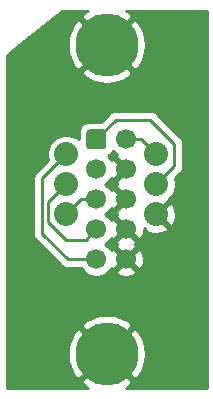
<source format=gbr>
%TF.GenerationSoftware,KiCad,Pcbnew,(5.1.8)-1*%
%TF.CreationDate,2021-11-24T15:46:08-08:00*%
%TF.ProjectId,ISP_SMT_Pogo_10p,4953505f-534d-4545-9f50-6f676f5f3130,rev?*%
%TF.SameCoordinates,Original*%
%TF.FileFunction,Copper,L1,Top*%
%TF.FilePolarity,Positive*%
%FSLAX46Y46*%
G04 Gerber Fmt 4.6, Leading zero omitted, Abs format (unit mm)*
G04 Created by KiCad (PCBNEW (5.1.8)-1) date 2021-11-24 15:46:08*
%MOMM*%
%LPD*%
G01*
G04 APERTURE LIST*
%TA.AperFunction,ComponentPad*%
%ADD10C,2.032000*%
%TD*%
%TA.AperFunction,ComponentPad*%
%ADD11C,1.700000*%
%TD*%
%TA.AperFunction,ComponentPad*%
%ADD12C,5.334000*%
%TD*%
%TA.AperFunction,Conductor*%
%ADD13C,0.250000*%
%TD*%
%TA.AperFunction,Conductor*%
%ADD14C,0.254000*%
%TD*%
%TA.AperFunction,Conductor*%
%ADD15C,0.100000*%
%TD*%
G04 APERTURE END LIST*
D10*
%TO.P,J1,6*%
%TO.N,/GND*%
X140970000Y-83185000D03*
%TO.P,J1,4*%
%TO.N,/MOSI*%
X140970000Y-80645000D03*
%TO.P,J1,5*%
%TO.N,/RST*%
X133350000Y-83185000D03*
%TO.P,J1,3*%
%TO.N,/SCK*%
X133350000Y-80645000D03*
%TO.P,J1,1*%
%TO.N,/MISO*%
X133350000Y-78105000D03*
%TO.P,J1,2*%
%TO.N,/VCC*%
X140970000Y-78105000D03*
%TD*%
D11*
%TO.P,J2,10*%
%TO.N,/GND*%
X138430000Y-86995000D03*
%TO.P,J2,8*%
X138430000Y-84455000D03*
%TO.P,J2,6*%
X138430000Y-81915000D03*
%TO.P,J2,4*%
X138430000Y-79375000D03*
%TO.P,J2,2*%
%TO.N,/VCC*%
X138430000Y-76835000D03*
%TO.P,J2,9*%
%TO.N,/MISO*%
X135890000Y-86995000D03*
%TO.P,J2,7*%
%TO.N,/SCK*%
X135890000Y-84455000D03*
%TO.P,J2,5*%
%TO.N,/RST*%
X135890000Y-81915000D03*
%TO.P,J2,3*%
%TO.N,Net-(J2-Pad3)*%
X135890000Y-79375000D03*
%TO.P,J2,1*%
%TO.N,/MOSI*%
%TA.AperFunction,ComponentPad*%
G36*
G01*
X135040000Y-77435000D02*
X135040000Y-76235000D01*
G75*
G02*
X135290000Y-75985000I250000J0D01*
G01*
X136490000Y-75985000D01*
G75*
G02*
X136740000Y-76235000I0J-250000D01*
G01*
X136740000Y-77435000D01*
G75*
G02*
X136490000Y-77685000I-250000J0D01*
G01*
X135290000Y-77685000D01*
G75*
G02*
X135040000Y-77435000I0J250000D01*
G01*
G37*
%TD.AperFunction*%
%TD*%
D12*
%TO.P,H2,1*%
%TO.N,/GND*%
X136779000Y-68834000D03*
%TD*%
%TO.P,H1,1*%
%TO.N,/GND*%
X136779000Y-94996000D03*
%TD*%
D13*
%TO.N,/MOSI*%
X142494000Y-79121000D02*
X140970000Y-80645000D01*
X142494000Y-77216000D02*
X142494000Y-79121000D01*
X140462000Y-75184000D02*
X142494000Y-77216000D01*
X137541000Y-75184000D02*
X140462000Y-75184000D01*
X135890000Y-76835000D02*
X137541000Y-75184000D01*
%TO.N,/RST*%
X134620000Y-81915000D02*
X135890000Y-81915000D01*
X133350000Y-83185000D02*
X134620000Y-81915000D01*
%TO.N,/SCK*%
X135001000Y-85344000D02*
X135890000Y-84455000D01*
X133350000Y-85344000D02*
X135001000Y-85344000D01*
X131826000Y-83820000D02*
X133350000Y-85344000D01*
X131826000Y-82169000D02*
X131826000Y-83820000D01*
X133350000Y-80645000D02*
X131826000Y-82169000D01*
%TO.N,/MISO*%
X133477000Y-86995000D02*
X135890000Y-86995000D01*
X131318000Y-84836000D02*
X133477000Y-86995000D01*
X131318000Y-80137000D02*
X131318000Y-84836000D01*
X133350000Y-78105000D02*
X131318000Y-80137000D01*
%TO.N,/VCC*%
X139700000Y-76835000D02*
X140970000Y-78105000D01*
X138430000Y-76835000D02*
X139700000Y-76835000D01*
%TD*%
D14*
%TO.N,/GND*%
X134938346Y-66073389D02*
X134932916Y-66077018D01*
X134636698Y-66512093D01*
X136779000Y-68654395D01*
X138921302Y-66512093D01*
X138625084Y-66077018D01*
X138365614Y-65938000D01*
X145263000Y-65938000D01*
X145263001Y-97892000D01*
X138365758Y-97892000D01*
X138619654Y-97756611D01*
X138625084Y-97752982D01*
X138921302Y-97317907D01*
X136779000Y-95175605D01*
X134636698Y-97317907D01*
X134932916Y-97752982D01*
X135192386Y-97892000D01*
X128295000Y-97892000D01*
X128295000Y-94992734D01*
X133461024Y-94992734D01*
X133524140Y-95640101D01*
X133712339Y-96262717D01*
X134018389Y-96836654D01*
X134022018Y-96842084D01*
X134457093Y-97138302D01*
X136599395Y-94996000D01*
X136958605Y-94996000D01*
X139100907Y-97138302D01*
X139535982Y-96842084D01*
X139843160Y-96268752D01*
X140032585Y-95646509D01*
X140096976Y-94999266D01*
X140033860Y-94351899D01*
X139845661Y-93729283D01*
X139539611Y-93155346D01*
X139535982Y-93149916D01*
X139100907Y-92853698D01*
X136958605Y-94996000D01*
X136599395Y-94996000D01*
X134457093Y-92853698D01*
X134022018Y-93149916D01*
X133714840Y-93723248D01*
X133525415Y-94345491D01*
X133461024Y-94992734D01*
X128295000Y-94992734D01*
X128295000Y-92674093D01*
X134636698Y-92674093D01*
X136779000Y-94816395D01*
X138921302Y-92674093D01*
X138625084Y-92239018D01*
X138051752Y-91931840D01*
X137429509Y-91742415D01*
X136782266Y-91678024D01*
X136134899Y-91741140D01*
X135512283Y-91929339D01*
X134938346Y-92235389D01*
X134932916Y-92239018D01*
X134636698Y-92674093D01*
X128295000Y-92674093D01*
X128295000Y-80137000D01*
X130554324Y-80137000D01*
X130558000Y-80174323D01*
X130558001Y-84798668D01*
X130554324Y-84836000D01*
X130568998Y-84984985D01*
X130612454Y-85128246D01*
X130683026Y-85260276D01*
X130751737Y-85344000D01*
X130778000Y-85376001D01*
X130806998Y-85399799D01*
X132913201Y-87506003D01*
X132936999Y-87535001D01*
X132965997Y-87558799D01*
X133052723Y-87629974D01*
X133180759Y-87698411D01*
X133184753Y-87700546D01*
X133328014Y-87744003D01*
X133439667Y-87755000D01*
X133439676Y-87755000D01*
X133476999Y-87758676D01*
X133514322Y-87755000D01*
X134611822Y-87755000D01*
X134736525Y-87941632D01*
X134943368Y-88148475D01*
X135186589Y-88310990D01*
X135456842Y-88422932D01*
X135743740Y-88480000D01*
X136036260Y-88480000D01*
X136323158Y-88422932D01*
X136593411Y-88310990D01*
X136836632Y-88148475D01*
X136961710Y-88023397D01*
X137581208Y-88023397D01*
X137658843Y-88272472D01*
X137922883Y-88398371D01*
X138206411Y-88470339D01*
X138498531Y-88485611D01*
X138788019Y-88443599D01*
X139063747Y-88345919D01*
X139201157Y-88272472D01*
X139278792Y-88023397D01*
X138430000Y-87174605D01*
X137581208Y-88023397D01*
X136961710Y-88023397D01*
X137043475Y-87941632D01*
X137159311Y-87768271D01*
X137401603Y-87843792D01*
X138250395Y-86995000D01*
X138609605Y-86995000D01*
X139458397Y-87843792D01*
X139707472Y-87766157D01*
X139833371Y-87502117D01*
X139905339Y-87218589D01*
X139920611Y-86926469D01*
X139878599Y-86636981D01*
X139780919Y-86361253D01*
X139707472Y-86223843D01*
X139458397Y-86146208D01*
X138609605Y-86995000D01*
X138250395Y-86995000D01*
X137401603Y-86146208D01*
X137159311Y-86221729D01*
X137043475Y-86048368D01*
X136836632Y-85841525D01*
X136662240Y-85725000D01*
X136836632Y-85608475D01*
X136961710Y-85483397D01*
X137581208Y-85483397D01*
X137656514Y-85725000D01*
X137581208Y-85966603D01*
X138430000Y-86815395D01*
X139278792Y-85966603D01*
X139203486Y-85725000D01*
X139278792Y-85483397D01*
X138430000Y-84634605D01*
X137581208Y-85483397D01*
X136961710Y-85483397D01*
X137043475Y-85401632D01*
X137159311Y-85228271D01*
X137401603Y-85303792D01*
X138250395Y-84455000D01*
X137401603Y-83606208D01*
X137159311Y-83681729D01*
X137043475Y-83508368D01*
X136836632Y-83301525D01*
X136662240Y-83185000D01*
X136836632Y-83068475D01*
X137043475Y-82861632D01*
X137159311Y-82688271D01*
X137401603Y-82763792D01*
X138250395Y-81915000D01*
X137401603Y-81066208D01*
X137159311Y-81141729D01*
X137043475Y-80968368D01*
X136836632Y-80761525D01*
X136662240Y-80645000D01*
X136836632Y-80528475D01*
X137043475Y-80321632D01*
X137159311Y-80148271D01*
X137401603Y-80223792D01*
X138250395Y-79375000D01*
X137401603Y-78526208D01*
X137159311Y-78601729D01*
X137043475Y-78428368D01*
X136856392Y-78241285D01*
X136983386Y-78173405D01*
X137117962Y-78062962D01*
X137228405Y-77928386D01*
X137296285Y-77801392D01*
X137483368Y-77988475D01*
X137656729Y-78104311D01*
X137581208Y-78346603D01*
X138430000Y-79195395D01*
X138444143Y-79181253D01*
X138623748Y-79360858D01*
X138609605Y-79375000D01*
X138623748Y-79389143D01*
X138444143Y-79568748D01*
X138430000Y-79554605D01*
X137581208Y-80403397D01*
X137656514Y-80645000D01*
X137581208Y-80886603D01*
X138430000Y-81735395D01*
X138444143Y-81721253D01*
X138623748Y-81900858D01*
X138609605Y-81915000D01*
X138623748Y-81929143D01*
X138444143Y-82108748D01*
X138430000Y-82094605D01*
X137581208Y-82943397D01*
X137656514Y-83185000D01*
X137581208Y-83426603D01*
X138430000Y-84275395D01*
X138444143Y-84261253D01*
X138623748Y-84440858D01*
X138609605Y-84455000D01*
X139458397Y-85303792D01*
X139707472Y-85226157D01*
X139833371Y-84962117D01*
X139905339Y-84678589D01*
X139919093Y-84415515D01*
X140002783Y-84331825D01*
X140100478Y-84597860D01*
X140392821Y-84740348D01*
X140707344Y-84823064D01*
X141031962Y-84842831D01*
X141354198Y-84798888D01*
X141661670Y-84692924D01*
X141839522Y-84597860D01*
X141937218Y-84331823D01*
X140970000Y-83364605D01*
X140955858Y-83378748D01*
X140776253Y-83199143D01*
X140790395Y-83185000D01*
X141149605Y-83185000D01*
X142116823Y-84152218D01*
X142382860Y-84054522D01*
X142525348Y-83762179D01*
X142608064Y-83447656D01*
X142627831Y-83123038D01*
X142583888Y-82800802D01*
X142477924Y-82493330D01*
X142382860Y-82315478D01*
X142116823Y-82217782D01*
X141149605Y-83185000D01*
X140790395Y-83185000D01*
X140776253Y-83170858D01*
X140955858Y-82991253D01*
X140970000Y-83005395D01*
X141937218Y-82038177D01*
X141921351Y-81994968D01*
X142022451Y-81927415D01*
X142252415Y-81697451D01*
X142433097Y-81427042D01*
X142557553Y-81126579D01*
X142621000Y-80807609D01*
X142621000Y-80482391D01*
X142557553Y-80163421D01*
X142548423Y-80141379D01*
X143005008Y-79684795D01*
X143034001Y-79661001D01*
X143057795Y-79632008D01*
X143057799Y-79632004D01*
X143128973Y-79545277D01*
X143128974Y-79545276D01*
X143199546Y-79413247D01*
X143243003Y-79269986D01*
X143254000Y-79158333D01*
X143254000Y-79158324D01*
X143257676Y-79121001D01*
X143254000Y-79083678D01*
X143254000Y-77253323D01*
X143257676Y-77216000D01*
X143254000Y-77178677D01*
X143254000Y-77178667D01*
X143243003Y-77067014D01*
X143199546Y-76923753D01*
X143128975Y-76791725D01*
X143128974Y-76791723D01*
X143057799Y-76704997D01*
X143034001Y-76675999D01*
X143005004Y-76652202D01*
X141025804Y-74673003D01*
X141002001Y-74643999D01*
X140886276Y-74549026D01*
X140754247Y-74478454D01*
X140610986Y-74434997D01*
X140499333Y-74424000D01*
X140499322Y-74424000D01*
X140462000Y-74420324D01*
X140424678Y-74424000D01*
X137578333Y-74424000D01*
X137541000Y-74420323D01*
X137503667Y-74424000D01*
X137392014Y-74434997D01*
X137248753Y-74478454D01*
X137116724Y-74549026D01*
X137000999Y-74643999D01*
X136977201Y-74672997D01*
X136303270Y-75346928D01*
X135290000Y-75346928D01*
X135116746Y-75363992D01*
X134950150Y-75414528D01*
X134796614Y-75496595D01*
X134662038Y-75607038D01*
X134551595Y-75741614D01*
X134469528Y-75895150D01*
X134418992Y-76061746D01*
X134401928Y-76235000D01*
X134401928Y-76822236D01*
X134132042Y-76641903D01*
X133831579Y-76517447D01*
X133512609Y-76454000D01*
X133187391Y-76454000D01*
X132868421Y-76517447D01*
X132567958Y-76641903D01*
X132297549Y-76822585D01*
X132067585Y-77052549D01*
X131886903Y-77322958D01*
X131762447Y-77623421D01*
X131699000Y-77942391D01*
X131699000Y-78267609D01*
X131762447Y-78586579D01*
X131771577Y-78608621D01*
X130807003Y-79573196D01*
X130777999Y-79596999D01*
X130725474Y-79661001D01*
X130683026Y-79712724D01*
X130612455Y-79844753D01*
X130612454Y-79844754D01*
X130568997Y-79988015D01*
X130558000Y-80099668D01*
X130558000Y-80099678D01*
X130554324Y-80137000D01*
X128295000Y-80137000D01*
X128295000Y-71155907D01*
X134636698Y-71155907D01*
X134932916Y-71590982D01*
X135506248Y-71898160D01*
X136128491Y-72087585D01*
X136775734Y-72151976D01*
X137423101Y-72088860D01*
X138045717Y-71900661D01*
X138619654Y-71594611D01*
X138625084Y-71590982D01*
X138921302Y-71155907D01*
X136779000Y-69013605D01*
X134636698Y-71155907D01*
X128295000Y-71155907D01*
X128295000Y-69659211D01*
X129330596Y-68830734D01*
X133461024Y-68830734D01*
X133524140Y-69478101D01*
X133712339Y-70100717D01*
X134018389Y-70674654D01*
X134022018Y-70680084D01*
X134457093Y-70976302D01*
X136599395Y-68834000D01*
X136958605Y-68834000D01*
X139100907Y-70976302D01*
X139535982Y-70680084D01*
X139843160Y-70106752D01*
X140032585Y-69484509D01*
X140096976Y-68837266D01*
X140033860Y-68189899D01*
X139845661Y-67567283D01*
X139539611Y-66993346D01*
X139535982Y-66987916D01*
X139100907Y-66691698D01*
X136958605Y-68834000D01*
X136599395Y-68834000D01*
X134457093Y-66691698D01*
X134022018Y-66987916D01*
X133714840Y-67561248D01*
X133525415Y-68183491D01*
X133461024Y-68830734D01*
X129330596Y-68830734D01*
X132946515Y-65938000D01*
X135192242Y-65938000D01*
X134938346Y-66073389D01*
%TA.AperFunction,Conductor*%
D15*
G36*
X134938346Y-66073389D02*
G01*
X134932916Y-66077018D01*
X134636698Y-66512093D01*
X136779000Y-68654395D01*
X138921302Y-66512093D01*
X138625084Y-66077018D01*
X138365614Y-65938000D01*
X145263000Y-65938000D01*
X145263001Y-97892000D01*
X138365758Y-97892000D01*
X138619654Y-97756611D01*
X138625084Y-97752982D01*
X138921302Y-97317907D01*
X136779000Y-95175605D01*
X134636698Y-97317907D01*
X134932916Y-97752982D01*
X135192386Y-97892000D01*
X128295000Y-97892000D01*
X128295000Y-94992734D01*
X133461024Y-94992734D01*
X133524140Y-95640101D01*
X133712339Y-96262717D01*
X134018389Y-96836654D01*
X134022018Y-96842084D01*
X134457093Y-97138302D01*
X136599395Y-94996000D01*
X136958605Y-94996000D01*
X139100907Y-97138302D01*
X139535982Y-96842084D01*
X139843160Y-96268752D01*
X140032585Y-95646509D01*
X140096976Y-94999266D01*
X140033860Y-94351899D01*
X139845661Y-93729283D01*
X139539611Y-93155346D01*
X139535982Y-93149916D01*
X139100907Y-92853698D01*
X136958605Y-94996000D01*
X136599395Y-94996000D01*
X134457093Y-92853698D01*
X134022018Y-93149916D01*
X133714840Y-93723248D01*
X133525415Y-94345491D01*
X133461024Y-94992734D01*
X128295000Y-94992734D01*
X128295000Y-92674093D01*
X134636698Y-92674093D01*
X136779000Y-94816395D01*
X138921302Y-92674093D01*
X138625084Y-92239018D01*
X138051752Y-91931840D01*
X137429509Y-91742415D01*
X136782266Y-91678024D01*
X136134899Y-91741140D01*
X135512283Y-91929339D01*
X134938346Y-92235389D01*
X134932916Y-92239018D01*
X134636698Y-92674093D01*
X128295000Y-92674093D01*
X128295000Y-80137000D01*
X130554324Y-80137000D01*
X130558000Y-80174323D01*
X130558001Y-84798668D01*
X130554324Y-84836000D01*
X130568998Y-84984985D01*
X130612454Y-85128246D01*
X130683026Y-85260276D01*
X130751737Y-85344000D01*
X130778000Y-85376001D01*
X130806998Y-85399799D01*
X132913201Y-87506003D01*
X132936999Y-87535001D01*
X132965997Y-87558799D01*
X133052723Y-87629974D01*
X133180759Y-87698411D01*
X133184753Y-87700546D01*
X133328014Y-87744003D01*
X133439667Y-87755000D01*
X133439676Y-87755000D01*
X133476999Y-87758676D01*
X133514322Y-87755000D01*
X134611822Y-87755000D01*
X134736525Y-87941632D01*
X134943368Y-88148475D01*
X135186589Y-88310990D01*
X135456842Y-88422932D01*
X135743740Y-88480000D01*
X136036260Y-88480000D01*
X136323158Y-88422932D01*
X136593411Y-88310990D01*
X136836632Y-88148475D01*
X136961710Y-88023397D01*
X137581208Y-88023397D01*
X137658843Y-88272472D01*
X137922883Y-88398371D01*
X138206411Y-88470339D01*
X138498531Y-88485611D01*
X138788019Y-88443599D01*
X139063747Y-88345919D01*
X139201157Y-88272472D01*
X139278792Y-88023397D01*
X138430000Y-87174605D01*
X137581208Y-88023397D01*
X136961710Y-88023397D01*
X137043475Y-87941632D01*
X137159311Y-87768271D01*
X137401603Y-87843792D01*
X138250395Y-86995000D01*
X138609605Y-86995000D01*
X139458397Y-87843792D01*
X139707472Y-87766157D01*
X139833371Y-87502117D01*
X139905339Y-87218589D01*
X139920611Y-86926469D01*
X139878599Y-86636981D01*
X139780919Y-86361253D01*
X139707472Y-86223843D01*
X139458397Y-86146208D01*
X138609605Y-86995000D01*
X138250395Y-86995000D01*
X137401603Y-86146208D01*
X137159311Y-86221729D01*
X137043475Y-86048368D01*
X136836632Y-85841525D01*
X136662240Y-85725000D01*
X136836632Y-85608475D01*
X136961710Y-85483397D01*
X137581208Y-85483397D01*
X137656514Y-85725000D01*
X137581208Y-85966603D01*
X138430000Y-86815395D01*
X139278792Y-85966603D01*
X139203486Y-85725000D01*
X139278792Y-85483397D01*
X138430000Y-84634605D01*
X137581208Y-85483397D01*
X136961710Y-85483397D01*
X137043475Y-85401632D01*
X137159311Y-85228271D01*
X137401603Y-85303792D01*
X138250395Y-84455000D01*
X137401603Y-83606208D01*
X137159311Y-83681729D01*
X137043475Y-83508368D01*
X136836632Y-83301525D01*
X136662240Y-83185000D01*
X136836632Y-83068475D01*
X137043475Y-82861632D01*
X137159311Y-82688271D01*
X137401603Y-82763792D01*
X138250395Y-81915000D01*
X137401603Y-81066208D01*
X137159311Y-81141729D01*
X137043475Y-80968368D01*
X136836632Y-80761525D01*
X136662240Y-80645000D01*
X136836632Y-80528475D01*
X137043475Y-80321632D01*
X137159311Y-80148271D01*
X137401603Y-80223792D01*
X138250395Y-79375000D01*
X137401603Y-78526208D01*
X137159311Y-78601729D01*
X137043475Y-78428368D01*
X136856392Y-78241285D01*
X136983386Y-78173405D01*
X137117962Y-78062962D01*
X137228405Y-77928386D01*
X137296285Y-77801392D01*
X137483368Y-77988475D01*
X137656729Y-78104311D01*
X137581208Y-78346603D01*
X138430000Y-79195395D01*
X138444143Y-79181253D01*
X138623748Y-79360858D01*
X138609605Y-79375000D01*
X138623748Y-79389143D01*
X138444143Y-79568748D01*
X138430000Y-79554605D01*
X137581208Y-80403397D01*
X137656514Y-80645000D01*
X137581208Y-80886603D01*
X138430000Y-81735395D01*
X138444143Y-81721253D01*
X138623748Y-81900858D01*
X138609605Y-81915000D01*
X138623748Y-81929143D01*
X138444143Y-82108748D01*
X138430000Y-82094605D01*
X137581208Y-82943397D01*
X137656514Y-83185000D01*
X137581208Y-83426603D01*
X138430000Y-84275395D01*
X138444143Y-84261253D01*
X138623748Y-84440858D01*
X138609605Y-84455000D01*
X139458397Y-85303792D01*
X139707472Y-85226157D01*
X139833371Y-84962117D01*
X139905339Y-84678589D01*
X139919093Y-84415515D01*
X140002783Y-84331825D01*
X140100478Y-84597860D01*
X140392821Y-84740348D01*
X140707344Y-84823064D01*
X141031962Y-84842831D01*
X141354198Y-84798888D01*
X141661670Y-84692924D01*
X141839522Y-84597860D01*
X141937218Y-84331823D01*
X140970000Y-83364605D01*
X140955858Y-83378748D01*
X140776253Y-83199143D01*
X140790395Y-83185000D01*
X141149605Y-83185000D01*
X142116823Y-84152218D01*
X142382860Y-84054522D01*
X142525348Y-83762179D01*
X142608064Y-83447656D01*
X142627831Y-83123038D01*
X142583888Y-82800802D01*
X142477924Y-82493330D01*
X142382860Y-82315478D01*
X142116823Y-82217782D01*
X141149605Y-83185000D01*
X140790395Y-83185000D01*
X140776253Y-83170858D01*
X140955858Y-82991253D01*
X140970000Y-83005395D01*
X141937218Y-82038177D01*
X141921351Y-81994968D01*
X142022451Y-81927415D01*
X142252415Y-81697451D01*
X142433097Y-81427042D01*
X142557553Y-81126579D01*
X142621000Y-80807609D01*
X142621000Y-80482391D01*
X142557553Y-80163421D01*
X142548423Y-80141379D01*
X143005008Y-79684795D01*
X143034001Y-79661001D01*
X143057795Y-79632008D01*
X143057799Y-79632004D01*
X143128973Y-79545277D01*
X143128974Y-79545276D01*
X143199546Y-79413247D01*
X143243003Y-79269986D01*
X143254000Y-79158333D01*
X143254000Y-79158324D01*
X143257676Y-79121001D01*
X143254000Y-79083678D01*
X143254000Y-77253323D01*
X143257676Y-77216000D01*
X143254000Y-77178677D01*
X143254000Y-77178667D01*
X143243003Y-77067014D01*
X143199546Y-76923753D01*
X143128975Y-76791725D01*
X143128974Y-76791723D01*
X143057799Y-76704997D01*
X143034001Y-76675999D01*
X143005004Y-76652202D01*
X141025804Y-74673003D01*
X141002001Y-74643999D01*
X140886276Y-74549026D01*
X140754247Y-74478454D01*
X140610986Y-74434997D01*
X140499333Y-74424000D01*
X140499322Y-74424000D01*
X140462000Y-74420324D01*
X140424678Y-74424000D01*
X137578333Y-74424000D01*
X137541000Y-74420323D01*
X137503667Y-74424000D01*
X137392014Y-74434997D01*
X137248753Y-74478454D01*
X137116724Y-74549026D01*
X137000999Y-74643999D01*
X136977201Y-74672997D01*
X136303270Y-75346928D01*
X135290000Y-75346928D01*
X135116746Y-75363992D01*
X134950150Y-75414528D01*
X134796614Y-75496595D01*
X134662038Y-75607038D01*
X134551595Y-75741614D01*
X134469528Y-75895150D01*
X134418992Y-76061746D01*
X134401928Y-76235000D01*
X134401928Y-76822236D01*
X134132042Y-76641903D01*
X133831579Y-76517447D01*
X133512609Y-76454000D01*
X133187391Y-76454000D01*
X132868421Y-76517447D01*
X132567958Y-76641903D01*
X132297549Y-76822585D01*
X132067585Y-77052549D01*
X131886903Y-77322958D01*
X131762447Y-77623421D01*
X131699000Y-77942391D01*
X131699000Y-78267609D01*
X131762447Y-78586579D01*
X131771577Y-78608621D01*
X130807003Y-79573196D01*
X130777999Y-79596999D01*
X130725474Y-79661001D01*
X130683026Y-79712724D01*
X130612455Y-79844753D01*
X130612454Y-79844754D01*
X130568997Y-79988015D01*
X130558000Y-80099668D01*
X130558000Y-80099678D01*
X130554324Y-80137000D01*
X128295000Y-80137000D01*
X128295000Y-71155907D01*
X134636698Y-71155907D01*
X134932916Y-71590982D01*
X135506248Y-71898160D01*
X136128491Y-72087585D01*
X136775734Y-72151976D01*
X137423101Y-72088860D01*
X138045717Y-71900661D01*
X138619654Y-71594611D01*
X138625084Y-71590982D01*
X138921302Y-71155907D01*
X136779000Y-69013605D01*
X134636698Y-71155907D01*
X128295000Y-71155907D01*
X128295000Y-69659211D01*
X129330596Y-68830734D01*
X133461024Y-68830734D01*
X133524140Y-69478101D01*
X133712339Y-70100717D01*
X134018389Y-70674654D01*
X134022018Y-70680084D01*
X134457093Y-70976302D01*
X136599395Y-68834000D01*
X136958605Y-68834000D01*
X139100907Y-70976302D01*
X139535982Y-70680084D01*
X139843160Y-70106752D01*
X140032585Y-69484509D01*
X140096976Y-68837266D01*
X140033860Y-68189899D01*
X139845661Y-67567283D01*
X139539611Y-66993346D01*
X139535982Y-66987916D01*
X139100907Y-66691698D01*
X136958605Y-68834000D01*
X136599395Y-68834000D01*
X134457093Y-66691698D01*
X134022018Y-66987916D01*
X133714840Y-67561248D01*
X133525415Y-68183491D01*
X133461024Y-68830734D01*
X129330596Y-68830734D01*
X132946515Y-65938000D01*
X135192242Y-65938000D01*
X134938346Y-66073389D01*
G37*
%TD.AperFunction*%
%TD*%
M02*

</source>
